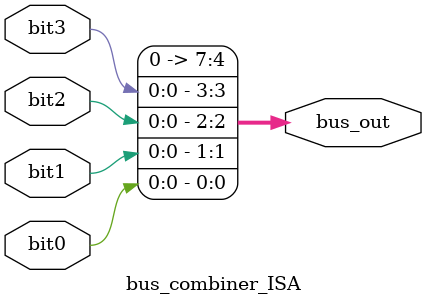
<source format=v>
module bus_combiner_ISA (
    input wire bit0,         // Input bit 0 (LSB)
    input wire bit1,         // Input bit 1
    input wire bit2,         // Input bit 2
    input wire bit3,         // Input bit 3 (MSB of input bits)
    output wire [7:0] bus_out // 8-bit output bus
);
    // Concatenate the input bits into the least significant 4 bits
    // and set the upper 4 bits to 0
    assign bus_out = {4'b0000, bit3, bit2, bit1, bit0};
endmodule

</source>
